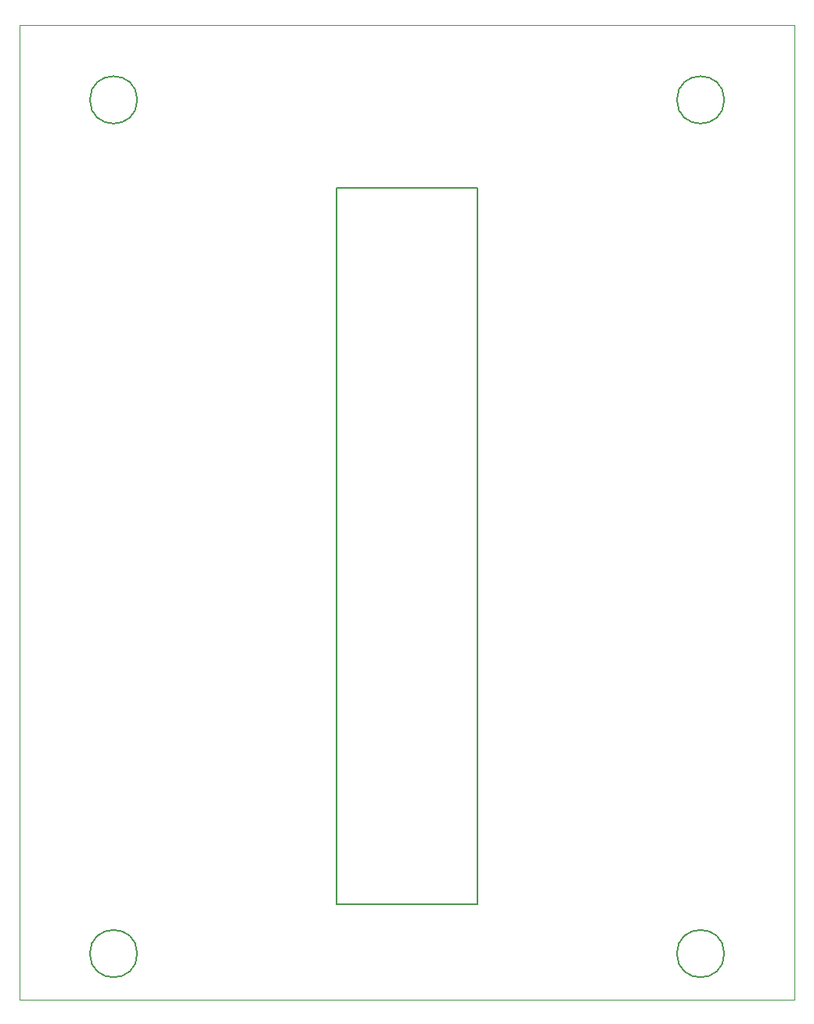
<source format=gm1>
%TF.GenerationSoftware,KiCad,Pcbnew,(5.1.10)-1*%
%TF.CreationDate,2021-08-24T00:39:05-04:00*%
%TF.ProjectId,PDBV2,50444256-322e-46b6-9963-61645f706362,rev?*%
%TF.SameCoordinates,Original*%
%TF.FileFunction,Profile,NP*%
%FSLAX46Y46*%
G04 Gerber Fmt 4.6, Leading zero omitted, Abs format (unit mm)*
G04 Created by KiCad (PCBNEW (5.1.10)-1) date 2021-08-24 00:39:05*
%MOMM*%
%LPD*%
G01*
G04 APERTURE LIST*
%TA.AperFunction,Profile*%
%ADD10C,0.149860*%
%TD*%
%TA.AperFunction,Profile*%
%ADD11C,0.050000*%
%TD*%
%TA.AperFunction,Profile*%
%ADD12C,0.150000*%
%TD*%
G04 APERTURE END LIST*
D10*
X123190000Y-130683000D02*
X138430000Y-130683000D01*
X123190000Y-53213000D02*
X138430000Y-53213000D01*
D11*
X88900000Y-140970000D02*
X172720000Y-140970000D01*
D12*
X123190000Y-130683000D02*
X123190000Y-53213000D01*
X138430000Y-53213000D02*
X138430000Y-130683000D01*
D11*
X172720000Y-35560000D02*
X172720000Y-140970000D01*
X88900000Y-35560000D02*
X172720000Y-35560000D01*
X88900000Y-140970000D02*
X88900000Y-35560000D01*
D12*
X101625000Y-136017000D02*
G75*
G03*
X101625000Y-136017000I-2565000J0D01*
G01*
X165125000Y-136017000D02*
G75*
G03*
X165125000Y-136017000I-2565000J0D01*
G01*
X165125000Y-43688000D02*
G75*
G03*
X165125000Y-43688000I-2565000J0D01*
G01*
X101625000Y-43688000D02*
G75*
G03*
X101625000Y-43688000I-2565000J0D01*
G01*
M02*

</source>
